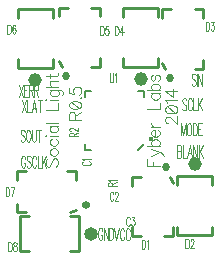
<source format=gto>
G04 DipTrace 2.4.0.2*
%INSocialLight.gto*%
%MOIN*%
%ADD10C,0.0098*%
%ADD14C,0.006*%
%ADD19O,0.0256X0.0272*%
%ADD21O,0.0447X0.0455*%
%ADD23O,0.0272X0.0256*%
%ADD25O,0.0455X0.0447*%
%ADD29O,0.0167X0.0163*%
%ADD49C,0.0033*%
%ADD50C,0.0044*%
%FSLAX44Y44*%
G04*
G70*
G90*
G75*
G01*
%LNTopSilk*%
%LPD*%
X9535Y6350D2*
D10*
X9437Y6547D1*
X9535Y4578D2*
Y4874D1*
Y4578D2*
X9240D1*
X8453D2*
X8157D1*
Y4874D1*
Y6251D2*
Y6547D1*
X8453D1*
D19*
X9282Y6873D3*
D21*
X10246Y6981D3*
X10841Y4890D2*
D10*
Y4594D1*
X9660D1*
Y4890D1*
X10841Y6268D2*
Y6563D1*
X9660D1*
Y6268D1*
X9164Y10352D2*
X9262Y10155D1*
X9164Y12124D2*
Y11829D1*
Y12124D2*
X9459D1*
X10246D2*
X10541D1*
Y11829D1*
Y10451D2*
Y10155D1*
X10246D1*
D19*
X9417Y9829D3*
D21*
X8446Y9791D3*
X7850Y11883D2*
D10*
Y12178D1*
X9031D1*
Y11883D1*
X7850Y10505D2*
Y10210D1*
X9031D1*
Y10505D1*
X5719Y10415D2*
X5817Y10218D1*
X5719Y12187D2*
Y11891D1*
Y12187D2*
X6014D1*
X6801D2*
X7097D1*
Y11891D1*
Y10514D2*
Y10218D1*
X6801D1*
D19*
X5973Y9892D3*
D21*
X4941Y9760D3*
X4346Y11852D2*
D10*
Y12147D1*
X5527D1*
Y11852D1*
X4346Y10474D2*
Y10179D1*
X5527D1*
Y10474D1*
X6099Y5358D2*
X6296Y5456D1*
X4328Y5358D2*
X4623D1*
X4328D2*
Y5653D1*
Y6440D2*
Y6736D1*
X4623D1*
X6001D2*
X6296D1*
Y6440D1*
D23*
X6623Y5611D3*
D25*
X6804Y4657D3*
X4713Y4062D2*
D10*
X4417D1*
Y5243D1*
X4713D1*
X6091Y4062D2*
X6386D1*
Y5243D1*
X6091D1*
D29*
X8794Y7813D3*
X8558Y7639D2*
D14*
X8361Y7442D1*
X6786D2*
X6589D1*
Y7639D1*
Y9214D2*
Y9411D1*
X6786D1*
X8361D2*
X8558D1*
Y9214D1*
X6557Y7060D2*
D49*
X6528Y7051D1*
X6500Y7034D1*
X6485Y7017D1*
Y6982D1*
X6500Y6965D1*
X6528Y6948D1*
X6557Y6939D1*
X6600Y6930D1*
X6672D1*
X6715Y6939D1*
X6744Y6948D1*
X6772Y6965D1*
X6787Y6982D1*
Y7017D1*
X6772Y7034D1*
X6744Y7051D1*
X6715Y7060D1*
X6543Y7099D2*
X6528Y7116D1*
X6486Y7142D1*
X6787D1*
X7538Y5978D2*
X7529Y6006D1*
X7512Y6035D1*
X7495Y6049D1*
X7461D1*
X7443Y6035D1*
X7426Y6006D1*
X7417Y5978D1*
X7409Y5934D1*
Y5862D1*
X7417Y5820D1*
X7426Y5791D1*
X7443Y5762D1*
X7461Y5748D1*
X7495D1*
X7512Y5762D1*
X7529Y5791D1*
X7538Y5820D1*
X7586Y5977D2*
Y5991D1*
X7595Y6020D1*
X7603Y6035D1*
X7621Y6049D1*
X7655D1*
X7672Y6035D1*
X7681Y6020D1*
X7689Y5991D1*
Y5963D1*
X7681Y5934D1*
X7663Y5891D1*
X7577Y5748D1*
X7698D1*
X8090Y5143D2*
X8082Y5172D1*
X8065Y5201D1*
X8047Y5215D1*
X8013D1*
X7996Y5201D1*
X7979Y5172D1*
X7970Y5143D1*
X7961Y5100D1*
Y5028D1*
X7970Y4985D1*
X7979Y4956D1*
X7996Y4928D1*
X8013Y4913D1*
X8047D1*
X8065Y4928D1*
X8082Y4956D1*
X8090Y4985D1*
X8147Y5214D2*
X8242D1*
X8190Y5100D1*
X8216D1*
X8233Y5085D1*
X8242Y5071D1*
X8250Y5028D1*
Y5000D1*
X8242Y4956D1*
X8225Y4928D1*
X8199Y4913D1*
X8173D1*
X8147Y4928D1*
X8139Y4942D1*
X8130Y4971D1*
X8488Y4454D2*
Y4152D1*
X8548D1*
X8574Y4167D1*
X8591Y4195D1*
X8600Y4224D1*
X8608Y4267D1*
Y4339D1*
X8600Y4382D1*
X8591Y4411D1*
X8574Y4439D1*
X8548Y4454D1*
X8488D1*
X8647Y4396D2*
X8665Y4411D1*
X8691Y4453D1*
Y4152D1*
X9942Y4477D2*
Y4175D1*
X10002D1*
X10028Y4190D1*
X10046Y4218D1*
X10054Y4247D1*
X10063Y4290D1*
Y4362D1*
X10054Y4405D1*
X10046Y4434D1*
X10028Y4462D1*
X10002Y4477D1*
X9942D1*
X10111Y4405D2*
Y4419D1*
X10119Y4448D1*
X10128Y4462D1*
X10145Y4476D1*
X10180D1*
X10197Y4462D1*
X10205Y4448D1*
X10214Y4419D1*
Y4391D1*
X10205Y4362D1*
X10188Y4319D1*
X10102Y4175D1*
X10223D1*
X10618Y11717D2*
Y11415D1*
X10678D1*
X10704Y11430D1*
X10721Y11458D1*
X10730Y11487D1*
X10738Y11530D1*
Y11602D1*
X10730Y11645D1*
X10721Y11674D1*
X10704Y11703D1*
X10678Y11717D1*
X10618D1*
X10795Y11716D2*
X10890D1*
X10838Y11602D1*
X10864D1*
X10881Y11587D1*
X10890Y11573D1*
X10898Y11530D1*
Y11502D1*
X10890Y11458D1*
X10873Y11430D1*
X10847Y11415D1*
X10821D1*
X10795Y11430D1*
X10787Y11444D1*
X10778Y11473D1*
X7588Y11572D2*
Y11270D1*
X7648D1*
X7674Y11285D1*
X7691Y11313D1*
X7700Y11342D1*
X7709Y11385D1*
Y11457D1*
X7700Y11500D1*
X7691Y11529D1*
X7674Y11557D1*
X7648Y11572D1*
X7588D1*
X7834Y11270D2*
Y11571D1*
X7748Y11371D1*
X7877D1*
X7102Y11577D2*
Y11275D1*
X7163D1*
X7188Y11290D1*
X7206Y11318D1*
X7214Y11347D1*
X7223Y11390D1*
Y11462D1*
X7214Y11505D1*
X7206Y11534D1*
X7188Y11562D1*
X7163Y11577D1*
X7102D1*
X7365Y11576D2*
X7280D1*
X7271Y11447D1*
X7280Y11462D1*
X7305Y11476D1*
X7331D1*
X7357Y11462D1*
X7374Y11433D1*
X7383Y11390D1*
Y11362D1*
X7374Y11318D1*
X7357Y11290D1*
X7331Y11275D1*
X7305D1*
X7280Y11290D1*
X7271Y11304D1*
X7262Y11333D1*
X4008Y11621D2*
Y11319D1*
X4069D1*
X4095Y11334D1*
X4112Y11362D1*
X4120Y11391D1*
X4129Y11434D1*
Y11506D1*
X4120Y11549D1*
X4112Y11577D1*
X4095Y11606D1*
X4069Y11621D1*
X4008D1*
X4272Y11577D2*
X4263Y11606D1*
X4237Y11620D1*
X4220D1*
X4194Y11606D1*
X4177Y11563D1*
X4168Y11491D1*
Y11420D1*
X4177Y11362D1*
X4194Y11333D1*
X4220Y11319D1*
X4229D1*
X4254Y11333D1*
X4272Y11362D1*
X4280Y11405D1*
Y11420D1*
X4272Y11463D1*
X4254Y11491D1*
X4229Y11506D1*
X4220D1*
X4194Y11491D1*
X4177Y11463D1*
X4168Y11420D1*
X3950Y6197D2*
Y5896D1*
X4010D1*
X4036Y5911D1*
X4054Y5939D1*
X4062Y5968D1*
X4071Y6011D1*
Y6083D1*
X4062Y6126D1*
X4054Y6154D1*
X4036Y6183D1*
X4010Y6197D1*
X3950D1*
X4144Y5896D2*
X4231Y6197D1*
X4110D1*
X4038Y4371D2*
Y4069D1*
X4098D1*
X4124Y4084D1*
X4141Y4113D1*
X4150Y4141D1*
X4159Y4184D1*
Y4256D1*
X4150Y4299D1*
X4141Y4328D1*
X4124Y4357D1*
X4098Y4371D1*
X4038D1*
X4241D2*
X4215Y4356D1*
X4206Y4328D1*
Y4299D1*
X4215Y4270D1*
X4232Y4256D1*
X4267Y4242D1*
X4293Y4227D1*
X4310Y4198D1*
X4318Y4170D1*
Y4127D1*
X4310Y4098D1*
X4301Y4084D1*
X4275Y4069D1*
X4241D1*
X4215Y4084D1*
X4206Y4098D1*
X4198Y4127D1*
Y4170D1*
X4206Y4198D1*
X4224Y4227D1*
X4249Y4242D1*
X4284Y4256D1*
X4301Y4270D1*
X4310Y4299D1*
Y4328D1*
X4301Y4356D1*
X4275Y4371D1*
X4241D1*
X7496Y6243D2*
Y6320D1*
X7481Y6346D1*
X7467Y6355D1*
X7438Y6363D1*
X7409D1*
X7381Y6355D1*
X7366Y6346D1*
X7352Y6320D1*
Y6243D1*
X7653D1*
X7496Y6303D2*
X7653Y6363D1*
X7410Y6402D2*
X7395Y6420D1*
X7352Y6446D1*
X7653D1*
X6214Y7899D2*
Y7976D1*
X6199Y8002D1*
X6185Y8011D1*
X6156Y8020D1*
X6127D1*
X6099Y8011D1*
X6084Y8002D1*
X6070Y7976D1*
Y7899D1*
X6371D1*
X6214Y7959D2*
X6371Y8020D1*
X6142Y8068D2*
X6128D1*
X6099Y8076D1*
X6085Y8085D1*
X6070Y8102D1*
Y8137D1*
X6085Y8154D1*
X6099Y8162D1*
X6128Y8171D1*
X6156D1*
X6185Y8162D1*
X6228Y8145D1*
X6371Y8059D1*
Y8180D1*
X7416Y10001D2*
Y9786D1*
X7425Y9743D1*
X7442Y9714D1*
X7468Y9699D1*
X7485D1*
X7511Y9714D1*
X7528Y9743D1*
X7537Y9786D1*
Y10001D1*
X7576Y9943D2*
X7594Y9958D1*
X7620Y10001D1*
Y9699D1*
X10282Y9930D2*
D50*
X10263Y9968D1*
X10234Y9987D1*
X10196D1*
X10167Y9968D1*
X10148Y9930D1*
Y9892D1*
X10158Y9853D1*
X10167Y9834D1*
X10186Y9815D1*
X10244Y9777D1*
X10263Y9758D1*
X10273Y9738D1*
X10282Y9700D1*
Y9643D1*
X10263Y9605D1*
X10234Y9585D1*
X10196D1*
X10167Y9605D1*
X10148Y9643D1*
X10326Y9987D2*
Y9585D1*
X10504Y9987D2*
Y9585D1*
X10370Y9987D1*
Y9585D1*
X9970Y9110D2*
X9951Y9149D1*
X9922Y9168D1*
X9884D1*
X9855Y9149D1*
X9836Y9110D1*
Y9072D1*
X9846Y9034D1*
X9855Y9015D1*
X9874Y8996D1*
X9932Y8957D1*
X9951Y8938D1*
X9960Y8919D1*
X9970Y8881D1*
Y8823D1*
X9951Y8785D1*
X9922Y8766D1*
X9884D1*
X9855Y8785D1*
X9836Y8823D1*
X10157Y9072D2*
X10148Y9110D1*
X10128Y9149D1*
X10109Y9168D1*
X10071D1*
X10052Y9149D1*
X10033Y9110D1*
X10023Y9072D1*
X10014Y9015D1*
Y8919D1*
X10023Y8862D1*
X10033Y8823D1*
X10052Y8785D1*
X10071Y8766D1*
X10109D1*
X10128Y8785D1*
X10148Y8823D1*
X10157Y8862D1*
X10201Y9168D2*
Y8766D1*
X10316D1*
X10359Y9168D2*
Y8766D1*
X10493Y9168D2*
X10359Y8900D1*
X10407Y8996D2*
X10493Y8766D1*
X9944Y7926D2*
Y8327D1*
X9868Y7926D1*
X9791Y8327D1*
Y7926D1*
X10045Y8327D2*
X10026Y8308D1*
X10007Y8270D1*
X9997Y8232D1*
X9988Y8174D1*
Y8079D1*
X9997Y8021D1*
X10007Y7983D1*
X10026Y7945D1*
X10045Y7926D1*
X10084D1*
X10103Y7945D1*
X10122Y7983D1*
X10131Y8021D1*
X10141Y8079D1*
Y8174D1*
X10131Y8232D1*
X10122Y8270D1*
X10103Y8308D1*
X10084Y8327D1*
X10045D1*
X10185D2*
Y7926D1*
X10252D1*
X10280Y7945D1*
X10299Y7983D1*
X10309Y8021D1*
X10319Y8079D1*
Y8174D1*
X10309Y8232D1*
X10299Y8270D1*
X10280Y8308D1*
X10252Y8327D1*
X10185D1*
X10486D2*
X10362D1*
Y7926D1*
X10486D1*
X10362Y8136D2*
X10439D1*
X9665Y7592D2*
Y7190D1*
X9751D1*
X9780Y7209D1*
X9790Y7228D1*
X9799Y7266D1*
Y7324D1*
X9790Y7362D1*
X9780Y7381D1*
X9751Y7400D1*
X9780Y7420D1*
X9790Y7439D1*
X9799Y7477D1*
Y7515D1*
X9790Y7553D1*
X9780Y7572D1*
X9751Y7592D1*
X9665D1*
Y7400D2*
X9751D1*
X9843Y7592D2*
Y7190D1*
X9958D1*
X10155D2*
X10078Y7592D1*
X10001Y7190D1*
X10030Y7324D2*
X10126D1*
X10332Y7592D2*
Y7190D1*
X10198Y7592D1*
Y7190D1*
X10376Y7592D2*
Y7190D1*
X10510Y7592D2*
X10376Y7324D1*
X10424Y7420D2*
X10510Y7190D1*
X4382Y9617D2*
X4516Y9215D1*
Y9617D2*
X4382Y9215D1*
X4684Y9617D2*
X4560D1*
Y9215D1*
X4684D1*
X4560Y9426D2*
X4636D1*
X4728D2*
X4814D1*
X4843Y9445D1*
X4852Y9464D1*
X4862Y9502D1*
Y9541D1*
X4852Y9579D1*
X4843Y9598D1*
X4814Y9617D1*
X4728D1*
Y9215D1*
X4795Y9426D2*
X4862Y9215D1*
X4906Y9426D2*
X4992D1*
X5020Y9445D1*
X5030Y9464D1*
X5040Y9502D1*
Y9541D1*
X5030Y9579D1*
X5020Y9598D1*
X4992Y9617D1*
X4906D1*
Y9215D1*
X4973Y9426D2*
X5040Y9215D1*
X4483Y9116D2*
X4617Y8714D1*
Y9116D2*
X4483Y8714D1*
X4661Y9116D2*
Y8714D1*
X4776D1*
X4973D2*
X4896Y9116D1*
X4819Y8714D1*
X4848Y8848D2*
X4944D1*
X5083Y9116D2*
Y8714D1*
X5016Y9116D2*
X5150D1*
X4583Y8056D2*
X4564Y8095D1*
X4535Y8114D1*
X4497D1*
X4468Y8095D1*
X4449Y8056D1*
Y8018D1*
X4459Y7980D1*
X4468Y7961D1*
X4487Y7942D1*
X4545Y7903D1*
X4564Y7884D1*
X4574Y7865D1*
X4583Y7827D1*
Y7769D1*
X4564Y7731D1*
X4535Y7712D1*
X4497D1*
X4468Y7731D1*
X4449Y7769D1*
X4684Y8114D2*
X4665Y8095D1*
X4646Y8056D1*
X4636Y8018D1*
X4627Y7961D1*
Y7865D1*
X4636Y7808D1*
X4646Y7769D1*
X4665Y7731D1*
X4684Y7712D1*
X4723D1*
X4742Y7731D1*
X4761Y7769D1*
X4770Y7808D1*
X4780Y7865D1*
Y7961D1*
X4770Y8018D1*
X4761Y8056D1*
X4742Y8095D1*
X4723Y8114D1*
X4684D1*
X4824D2*
Y7827D1*
X4833Y7769D1*
X4852Y7731D1*
X4881Y7712D1*
X4900D1*
X4929Y7731D1*
X4948Y7769D1*
X4958Y7827D1*
Y8114D1*
X5068D2*
Y7712D1*
X5001Y8114D2*
X5135D1*
X4604Y7156D2*
X4594Y7194D1*
X4575Y7233D1*
X4556Y7252D1*
X4518D1*
X4498Y7233D1*
X4479Y7194D1*
X4470Y7156D1*
X4460Y7099D1*
Y7003D1*
X4470Y6946D1*
X4479Y6907D1*
X4498Y6869D1*
X4518Y6850D1*
X4556D1*
X4575Y6869D1*
X4594Y6907D1*
X4604Y6946D1*
Y7003D1*
X4556D1*
X4781Y7194D2*
X4762Y7233D1*
X4734Y7252D1*
X4695D1*
X4667Y7233D1*
X4647Y7194D1*
Y7156D1*
X4657Y7118D1*
X4667Y7099D1*
X4686Y7080D1*
X4743Y7041D1*
X4762Y7022D1*
X4772Y7003D1*
X4781Y6965D1*
Y6907D1*
X4762Y6869D1*
X4734Y6850D1*
X4695D1*
X4667Y6869D1*
X4647Y6907D1*
X4969Y7156D2*
X4959Y7194D1*
X4940Y7233D1*
X4921Y7252D1*
X4883D1*
X4863Y7233D1*
X4844Y7194D1*
X4835Y7156D1*
X4825Y7099D1*
Y7003D1*
X4835Y6946D1*
X4844Y6907D1*
X4863Y6869D1*
X4883Y6850D1*
X4921D1*
X4940Y6869D1*
X4959Y6907D1*
X4969Y6946D1*
X5012Y7252D2*
Y6850D1*
X5127D1*
X5171Y7252D2*
Y6850D1*
X5305Y7252D2*
X5171Y6984D1*
X5219Y7080D2*
X5305Y6850D1*
X7561Y4833D2*
X7637Y4431D1*
X7714Y4833D1*
X7901Y4737D2*
X7892Y4775D1*
X7872Y4814D1*
X7853Y4833D1*
X7815D1*
X7796Y4814D1*
X7777Y4775D1*
X7767Y4737D1*
X7758Y4680D1*
Y4584D1*
X7767Y4527D1*
X7777Y4488D1*
X7796Y4450D1*
X7815Y4431D1*
X7853D1*
X7872Y4450D1*
X7892Y4488D1*
X7901Y4527D1*
X8088Y4737D2*
X8079Y4775D1*
X8060Y4814D1*
X8041Y4833D1*
X8002D1*
X7983Y4814D1*
X7964Y4775D1*
X7954Y4737D1*
X7945Y4680D1*
Y4584D1*
X7954Y4527D1*
X7964Y4488D1*
X7983Y4450D1*
X8002Y4431D1*
X8041D1*
X8060Y4450D1*
X8079Y4488D1*
X8088Y4527D1*
X7173Y4750D2*
X7163Y4788D1*
X7144Y4827D1*
X7125Y4846D1*
X7087D1*
X7067Y4827D1*
X7048Y4788D1*
X7039Y4750D1*
X7029Y4693D1*
Y4597D1*
X7039Y4540D1*
X7048Y4501D1*
X7067Y4463D1*
X7087Y4444D1*
X7125D1*
X7144Y4463D1*
X7163Y4501D1*
X7173Y4540D1*
Y4597D1*
X7125D1*
X7350Y4846D2*
Y4444D1*
X7216Y4846D1*
Y4444D1*
X7394Y4846D2*
Y4444D1*
X7461D1*
X7490Y4463D1*
X7509Y4501D1*
X7518Y4540D1*
X7528Y4597D1*
Y4693D1*
X7518Y4750D1*
X7509Y4788D1*
X7490Y4827D1*
X7461Y4846D1*
X7394D1*
X5346Y7158D2*
X5308Y7120D1*
X5289Y7063D1*
Y6986D1*
X5308Y6929D1*
X5346Y6890D1*
X5385D1*
X5423Y6910D1*
X5442Y6929D1*
X5461Y6967D1*
X5499Y7082D1*
X5518Y7120D1*
X5538Y7139D1*
X5576Y7158D1*
X5633D1*
X5671Y7120D1*
X5691Y7063D1*
Y6986D1*
X5671Y6929D1*
X5633Y6890D1*
X5423Y7341D2*
X5442Y7303D1*
X5480Y7265D1*
X5538Y7246D1*
X5576D1*
X5633Y7265D1*
X5671Y7303D1*
X5691Y7341D1*
Y7399D1*
X5671Y7437D1*
X5633Y7475D1*
X5576Y7495D1*
X5538D1*
X5480Y7475D1*
X5442Y7437D1*
X5423Y7399D1*
Y7341D1*
X5480Y7812D2*
X5442Y7773D1*
X5423Y7735D1*
Y7678D1*
X5442Y7640D1*
X5480Y7601D1*
X5538Y7582D1*
X5576D1*
X5633Y7601D1*
X5671Y7640D1*
X5691Y7678D1*
Y7735D1*
X5671Y7773D1*
X5633Y7812D1*
X5289Y7899D2*
X5308Y7918D1*
X5289Y7938D1*
X5270Y7918D1*
X5289Y7899D1*
X5423Y7918D2*
X5691D1*
X5423Y8255D2*
X5691D1*
X5480D2*
X5442Y8217D1*
X5423Y8178D1*
Y8121D1*
X5442Y8083D1*
X5480Y8045D1*
X5538Y8025D1*
X5576D1*
X5633Y8045D1*
X5671Y8083D1*
X5691Y8121D1*
Y8178D1*
X5671Y8217D1*
X5633Y8255D1*
X5289Y8342D2*
X5691D1*
X5289Y8783D2*
X5691D1*
Y9012D1*
X5289Y9100D2*
X5308Y9119D1*
X5289Y9138D1*
X5270Y9119D1*
X5289Y9100D1*
X5423Y9119D2*
X5691D1*
X5442Y9455D2*
X5748D1*
X5805Y9436D1*
X5825Y9417D1*
X5844Y9379D1*
Y9321D1*
X5825Y9283D1*
X5499Y9455D2*
X5461Y9417D1*
X5442Y9379D1*
Y9321D1*
X5461Y9283D1*
X5499Y9245D1*
X5557Y9226D1*
X5595D1*
X5652Y9245D1*
X5691Y9283D1*
X5710Y9321D1*
Y9379D1*
X5691Y9417D1*
X5652Y9455D1*
X5289Y9543D2*
X5691D1*
X5499D2*
X5442Y9600D1*
X5423Y9638D1*
Y9696D1*
X5442Y9734D1*
X5499Y9753D1*
X5691D1*
X5289Y9898D2*
X5614D1*
X5671Y9917D1*
X5691Y9955D1*
Y9993D1*
X5423Y9840D2*
Y9974D1*
X6253Y8453D2*
Y8625D1*
X6233Y8682D1*
X6214Y8702D1*
X6176Y8721D1*
X6138D1*
X6100Y8702D1*
X6080Y8682D1*
X6061Y8625D1*
Y8453D1*
X6463D1*
X6253Y8587D2*
X6463Y8721D1*
X6062Y8923D2*
X6081Y8866D1*
X6138Y8827D1*
X6234Y8808D1*
X6291D1*
X6386Y8827D1*
X6444Y8866D1*
X6463Y8923D1*
Y8961D1*
X6444Y9019D1*
X6386Y9057D1*
X6291Y9076D1*
X6234D1*
X6138Y9057D1*
X6081Y9019D1*
X6062Y8961D1*
Y8923D1*
X6138Y9057D2*
X6386Y8827D1*
X6425Y9183D2*
X6444Y9164D1*
X6463Y9183D1*
X6444Y9202D1*
X6425Y9183D1*
X6062Y9519D2*
Y9328D1*
X6234Y9309D1*
X6214Y9328D1*
X6195Y9385D1*
Y9442D1*
X6214Y9500D1*
X6253Y9538D1*
X6310Y9557D1*
X6348D1*
X6405Y9538D1*
X6444Y9500D1*
X6463Y9442D1*
Y9385D1*
X6444Y9328D1*
X6425Y9309D1*
X6386Y9290D1*
X8674Y7142D2*
Y6893D1*
X9076D1*
X8865D2*
Y7046D1*
X8808Y7249D2*
X9076Y7364D1*
X9152Y7326D1*
X9191Y7287D1*
X9210Y7249D1*
Y7230D1*
X8808Y7479D2*
X9076Y7364D1*
X8674Y7566D2*
X9076D1*
X8865D2*
X8827Y7605D1*
X8808Y7643D1*
Y7700D1*
X8827Y7738D1*
X8865Y7777D1*
X8923Y7796D1*
X8961D1*
X9018Y7777D1*
X9056Y7738D1*
X9076Y7700D1*
Y7643D1*
X9056Y7605D1*
X9018Y7566D1*
X8923Y7883D2*
Y8113D1*
X8884D1*
X8846Y8094D1*
X8827Y8075D1*
X8808Y8036D1*
Y7979D1*
X8827Y7941D1*
X8865Y7902D1*
X8923Y7883D1*
X8961D1*
X9018Y7902D1*
X9056Y7941D1*
X9076Y7979D1*
Y8036D1*
X9056Y8075D1*
X9018Y8113D1*
X8808Y8200D2*
X9076D1*
X8923D2*
X8865Y8220D1*
X8827Y8258D1*
X8808Y8296D1*
Y8354D1*
X8674Y8794D2*
X9076D1*
Y9023D1*
X8808Y9340D2*
X9076D1*
X8865D2*
X8827Y9302D1*
X8808Y9264D1*
Y9207D1*
X8827Y9168D1*
X8865Y9130D1*
X8923Y9111D1*
X8961D1*
X9018Y9130D1*
X9056Y9168D1*
X9076Y9207D1*
Y9264D1*
X9056Y9302D1*
X9018Y9340D1*
X8674Y9428D2*
X9076D1*
X8865D2*
X8827Y9466D1*
X8808Y9504D1*
Y9562D1*
X8827Y9600D1*
X8865Y9638D1*
X8923Y9657D1*
X8961D1*
X9018Y9638D1*
X9056Y9600D1*
X9076Y9562D1*
Y9504D1*
X9056Y9466D1*
X9018Y9428D1*
X8865Y9955D2*
X8827Y9936D1*
X8808Y9879D1*
Y9821D1*
X8827Y9764D1*
X8865Y9745D1*
X8904Y9764D1*
X8923Y9802D1*
X8942Y9898D1*
X8961Y9936D1*
X8999Y9955D1*
X9018D1*
X9056Y9936D1*
X9076Y9879D1*
Y9821D1*
X9056Y9764D1*
X9018Y9745D1*
X9356Y8326D2*
X9337D1*
X9298Y8345D1*
X9279Y8364D1*
X9260Y8402D1*
Y8479D1*
X9279Y8517D1*
X9298Y8536D1*
X9337Y8555D1*
X9375D1*
X9413Y8536D1*
X9470Y8498D1*
X9662Y8306D1*
Y8574D1*
X9260Y8777D2*
X9279Y8719D1*
X9337Y8681D1*
X9432Y8662D1*
X9490D1*
X9585Y8681D1*
X9643Y8719D1*
X9662Y8777D1*
Y8815D1*
X9643Y8872D1*
X9585Y8910D1*
X9490Y8930D1*
X9432D1*
X9337Y8910D1*
X9279Y8872D1*
X9260Y8815D1*
Y8777D1*
X9337Y8910D2*
X9585Y8681D1*
X9337Y9017D2*
X9317Y9056D1*
X9260Y9113D1*
X9662D1*
Y9392D2*
X9260D1*
X9528Y9201D1*
Y9488D1*
M02*

</source>
